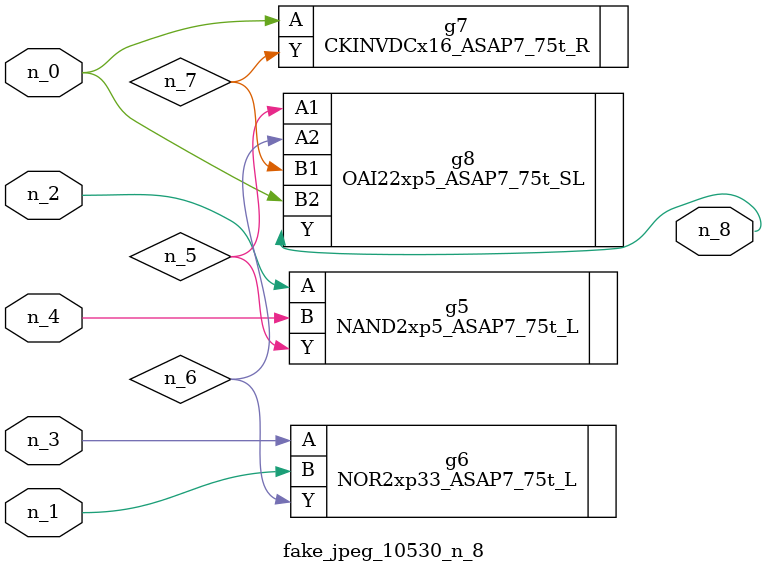
<source format=v>
module fake_jpeg_10530_n_8 (n_3, n_2, n_1, n_0, n_4, n_8);

input n_3;
input n_2;
input n_1;
input n_0;
input n_4;

output n_8;

wire n_6;
wire n_5;
wire n_7;

NAND2xp5_ASAP7_75t_L g5 ( 
.A(n_2),
.B(n_4),
.Y(n_5)
);

NOR2xp33_ASAP7_75t_L g6 ( 
.A(n_3),
.B(n_1),
.Y(n_6)
);

CKINVDCx16_ASAP7_75t_R g7 ( 
.A(n_0),
.Y(n_7)
);

OAI22xp5_ASAP7_75t_SL g8 ( 
.A1(n_5),
.A2(n_6),
.B1(n_7),
.B2(n_0),
.Y(n_8)
);


endmodule
</source>
